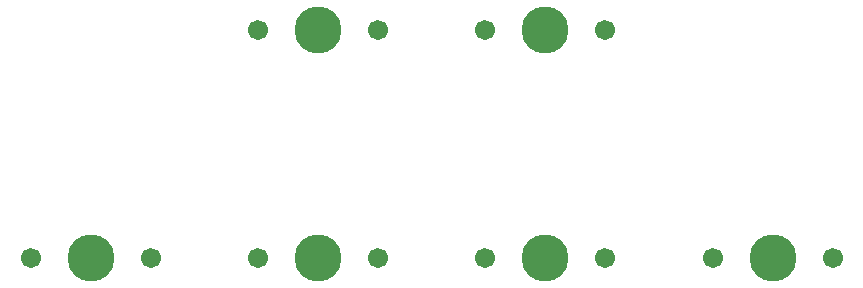
<source format=gbr>
%TF.GenerationSoftware,KiCad,Pcbnew,8.0.6*%
%TF.CreationDate,2024-10-22T23:25:17+01:00*%
%TF.ProjectId,hello22,68656c6c-6f32-4322-9e6b-696361645f70,rev?*%
%TF.SameCoordinates,Original*%
%TF.FileFunction,NonPlated,1,2,NPTH,Drill*%
%TF.FilePolarity,Positive*%
%FSLAX46Y46*%
G04 Gerber Fmt 4.6, Leading zero omitted, Abs format (unit mm)*
G04 Created by KiCad (PCBNEW 8.0.6) date 2024-10-22 23:25:17*
%MOMM*%
%LPD*%
G01*
G04 APERTURE LIST*
%TA.AperFunction,ComponentDrill*%
%ADD10C,1.701800*%
%TD*%
%TA.AperFunction,ComponentDrill*%
%ADD11C,3.987800*%
%TD*%
G04 APERTURE END LIST*
D10*
%TO.C,SW1*%
X62295000Y-125125000D03*
X72455000Y-125125000D03*
%TO.C,SW2*%
X81545000Y-105875000D03*
%TO.C,SW3*%
X81545000Y-125125000D03*
%TO.C,SW2*%
X91705000Y-105875000D03*
%TO.C,SW3*%
X91705000Y-125125000D03*
%TO.C,SW4*%
X100795000Y-105875000D03*
%TO.C,SW6*%
X100795000Y-125125000D03*
%TO.C,SW4*%
X110955000Y-105875000D03*
%TO.C,SW6*%
X110955000Y-125125000D03*
%TO.C,SW7*%
X120045000Y-125125000D03*
X130205000Y-125125000D03*
D11*
%TO.C,SW1*%
X67375000Y-125125000D03*
%TO.C,SW2*%
X86625000Y-105875000D03*
%TO.C,SW3*%
X86625000Y-125125000D03*
%TO.C,SW4*%
X105875000Y-105875000D03*
%TO.C,SW6*%
X105875000Y-125125000D03*
%TO.C,SW7*%
X125125000Y-125125000D03*
M02*

</source>
